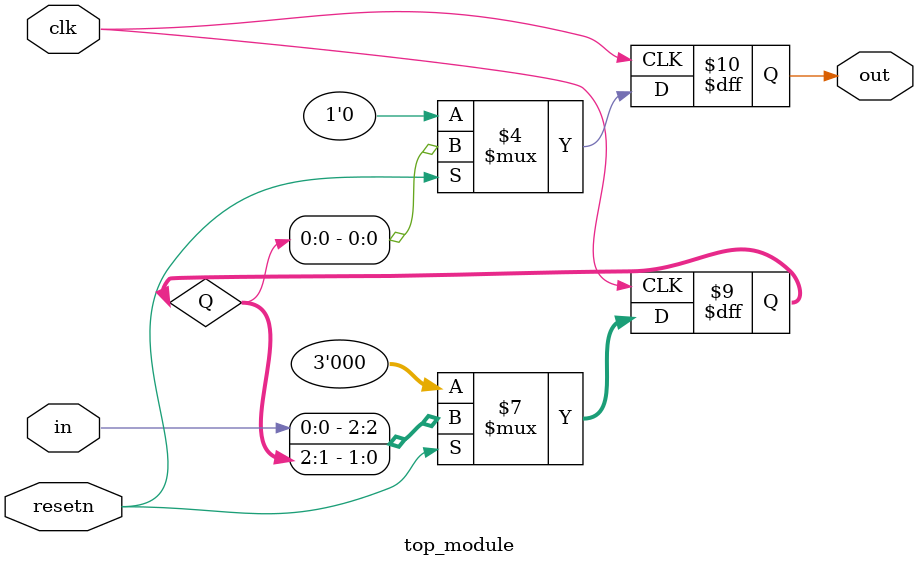
<source format=v>
module top_module (
    input clk,
    input resetn,   // synchronous reset
    input in,
    output out);
    reg [2:0] Q;
    always @(posedge clk) begin
        if (!resetn) begin
            Q   <= 3'b000;
            out <= 1'b0;
        end
        else begin
            Q   <= {in, Q[2:1]};  // shift left, new bit = in
            out <= Q[0];          
        end
    end
endmodule

</source>
